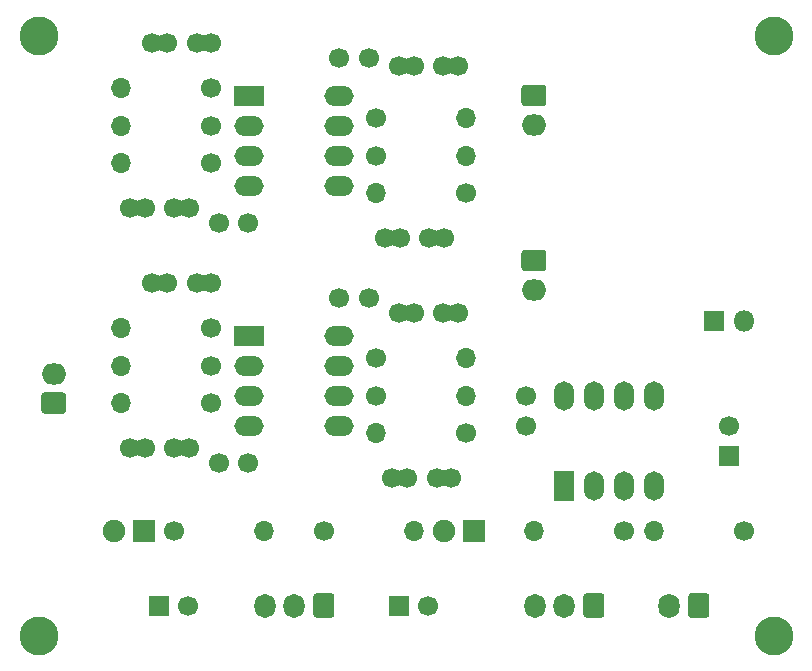
<source format=gts>
G04 #@! TF.GenerationSoftware,KiCad,Pcbnew,(5.1.6)-1*
G04 #@! TF.CreationDate,2020-09-01T14:50:53+09:00*
G04 #@! TF.ProjectId,General_8th_MFB_LPF,47656e65-7261-46c5-9f38-74685f4d4642,Ver. 1.0*
G04 #@! TF.SameCoordinates,Original*
G04 #@! TF.FileFunction,Soldermask,Top*
G04 #@! TF.FilePolarity,Negative*
%FSLAX46Y46*%
G04 Gerber Fmt 4.6, Leading zero omitted, Abs format (unit mm)*
G04 Created by KiCad (PCBNEW (5.1.6)-1) date 2020-09-01 14:50:53*
%MOMM*%
%LPD*%
G01*
G04 APERTURE LIST*
%ADD10O,1.800000X1.800000*%
%ADD11R,1.800000X1.800000*%
%ADD12C,3.300000*%
%ADD13O,1.700000X2.500000*%
%ADD14R,1.700000X2.500000*%
%ADD15C,1.700000*%
%ADD16O,1.700000X1.700000*%
%ADD17O,1.800000X2.050000*%
%ADD18O,1.800000X2.100000*%
%ADD19R,1.700000X1.700000*%
%ADD20O,2.100000X1.800000*%
%ADD21O,2.500000X1.700000*%
%ADD22R,2.500000X1.700000*%
%ADD23C,1.900000*%
%ADD24R,1.900000X1.900000*%
G04 APERTURE END LIST*
D10*
G04 #@! TO.C,J7*
X179070000Y-91440000D03*
D11*
X176530000Y-91440000D03*
G04 #@! TD*
D12*
G04 #@! TO.C,H4*
X181610000Y-118110000D03*
G04 #@! TD*
G04 #@! TO.C,H3*
X181610000Y-67310000D03*
G04 #@! TD*
G04 #@! TO.C,H2*
X119380000Y-118110000D03*
G04 #@! TD*
G04 #@! TO.C,H1*
X119380000Y-67310000D03*
G04 #@! TD*
D13*
G04 #@! TO.C,U3*
X163830000Y-97790000D03*
X171450000Y-105410000D03*
X166370000Y-97790000D03*
X168910000Y-105410000D03*
X168910000Y-97790000D03*
X166370000Y-105410000D03*
X171450000Y-97790000D03*
D14*
X163830000Y-105410000D03*
G04 #@! TD*
D15*
G04 #@! TO.C,C16*
X160655000Y-97830000D03*
X160655000Y-100330000D03*
G04 #@! TD*
D16*
G04 #@! TO.C,R16*
X161290000Y-109220000D03*
D15*
X168910000Y-109220000D03*
G04 #@! TD*
D16*
G04 #@! TO.C,R15*
X171450000Y-109220000D03*
D15*
X179070000Y-109220000D03*
G04 #@! TD*
D17*
G04 #@! TO.C,J6*
X161370000Y-115570000D03*
X163870000Y-115570000D03*
G36*
G01*
X167270000Y-114809706D02*
X167270000Y-116330294D01*
G75*
G02*
X167005294Y-116595000I-264706J0D01*
G01*
X165734706Y-116595000D01*
G75*
G02*
X165470000Y-116330294I0J264706D01*
G01*
X165470000Y-114809706D01*
G75*
G02*
X165734706Y-114545000I264706J0D01*
G01*
X167005294Y-114545000D01*
G75*
G02*
X167270000Y-114809706I0J-264706D01*
G01*
G37*
G04 #@! TD*
D18*
G04 #@! TO.C,J5*
X172760000Y-115570000D03*
G36*
G01*
X176160000Y-114784706D02*
X176160000Y-116355294D01*
G75*
G02*
X175895294Y-116620000I-264706J0D01*
G01*
X174624706Y-116620000D01*
G75*
G02*
X174360000Y-116355294I0J264706D01*
G01*
X174360000Y-114784706D01*
G75*
G02*
X174624706Y-114520000I264706J0D01*
G01*
X175895294Y-114520000D01*
G75*
G02*
X176160000Y-114784706I0J-264706D01*
G01*
G37*
G04 #@! TD*
D15*
G04 #@! TO.C,C15*
X177800000Y-100370000D03*
D19*
X177800000Y-102870000D03*
G04 #@! TD*
D20*
G04 #@! TO.C,J3*
X161290000Y-88860000D03*
G36*
G01*
X160504706Y-85460000D02*
X162075294Y-85460000D01*
G75*
G02*
X162340000Y-85724706I0J-264706D01*
G01*
X162340000Y-86995294D01*
G75*
G02*
X162075294Y-87260000I-264706J0D01*
G01*
X160504706Y-87260000D01*
G75*
G02*
X160240000Y-86995294I0J264706D01*
G01*
X160240000Y-85724706D01*
G75*
G02*
X160504706Y-85460000I264706J0D01*
G01*
G37*
G04 #@! TD*
D21*
G04 #@! TO.C,U2*
X144780000Y-72390000D03*
X137160000Y-80010000D03*
X144780000Y-74930000D03*
X137160000Y-77470000D03*
X144780000Y-77470000D03*
X137160000Y-74930000D03*
X144780000Y-80010000D03*
D22*
X137160000Y-72390000D03*
G04 #@! TD*
D21*
G04 #@! TO.C,U1*
X144780000Y-92710000D03*
X137160000Y-100330000D03*
X144780000Y-95250000D03*
X137160000Y-97790000D03*
X144780000Y-97790000D03*
X137160000Y-95250000D03*
X144780000Y-100330000D03*
D22*
X137160000Y-92710000D03*
G04 #@! TD*
D16*
G04 #@! TO.C,R14*
X155575000Y-77470000D03*
D15*
X147955000Y-77470000D03*
G04 #@! TD*
D16*
G04 #@! TO.C,R13*
X155575000Y-74295000D03*
D15*
X147955000Y-74295000D03*
G04 #@! TD*
D16*
G04 #@! TO.C,R12*
X147955000Y-80645000D03*
D15*
X155575000Y-80645000D03*
G04 #@! TD*
D16*
G04 #@! TO.C,R11*
X126365000Y-74930000D03*
D15*
X133985000Y-74930000D03*
G04 #@! TD*
D16*
G04 #@! TO.C,R10*
X126365000Y-71755000D03*
D15*
X133985000Y-71755000D03*
G04 #@! TD*
D16*
G04 #@! TO.C,R9*
X126365000Y-78105000D03*
D15*
X133985000Y-78105000D03*
G04 #@! TD*
D16*
G04 #@! TO.C,R8*
X155575000Y-97790000D03*
D15*
X147955000Y-97790000D03*
G04 #@! TD*
D16*
G04 #@! TO.C,R7*
X155575000Y-94615000D03*
D15*
X147955000Y-94615000D03*
G04 #@! TD*
D16*
G04 #@! TO.C,R6*
X147955000Y-100965000D03*
D15*
X155575000Y-100965000D03*
G04 #@! TD*
D16*
G04 #@! TO.C,R2*
X138430000Y-109220000D03*
D15*
X130810000Y-109220000D03*
G04 #@! TD*
D16*
G04 #@! TO.C,R1*
X151130000Y-109220000D03*
D15*
X143510000Y-109220000D03*
G04 #@! TD*
D16*
G04 #@! TO.C,R5*
X126365000Y-95250000D03*
D15*
X133985000Y-95250000D03*
G04 #@! TD*
D16*
G04 #@! TO.C,R4*
X126365000Y-92075000D03*
D15*
X133985000Y-92075000D03*
G04 #@! TD*
D16*
G04 #@! TO.C,R3*
X126365000Y-98425000D03*
D15*
X133985000Y-98425000D03*
G04 #@! TD*
D20*
G04 #@! TO.C,J4*
X161290000Y-74890000D03*
G36*
G01*
X160504706Y-71490000D02*
X162075294Y-71490000D01*
G75*
G02*
X162340000Y-71754706I0J-264706D01*
G01*
X162340000Y-73025294D01*
G75*
G02*
X162075294Y-73290000I-264706J0D01*
G01*
X160504706Y-73290000D01*
G75*
G02*
X160240000Y-73025294I0J264706D01*
G01*
X160240000Y-71754706D01*
G75*
G02*
X160504706Y-71490000I264706J0D01*
G01*
G37*
G04 #@! TD*
D17*
G04 #@! TO.C,J1*
X138510000Y-115570000D03*
X141010000Y-115570000D03*
G36*
G01*
X144410000Y-114809706D02*
X144410000Y-116330294D01*
G75*
G02*
X144145294Y-116595000I-264706J0D01*
G01*
X142874706Y-116595000D01*
G75*
G02*
X142610000Y-116330294I0J264706D01*
G01*
X142610000Y-114809706D01*
G75*
G02*
X142874706Y-114545000I264706J0D01*
G01*
X144145294Y-114545000D01*
G75*
G02*
X144410000Y-114809706I0J-264706D01*
G01*
G37*
G04 #@! TD*
D20*
G04 #@! TO.C,J2*
X120650000Y-95925000D03*
G36*
G01*
X121435294Y-99325000D02*
X119864706Y-99325000D01*
G75*
G02*
X119600000Y-99060294I0J264706D01*
G01*
X119600000Y-97789706D01*
G75*
G02*
X119864706Y-97525000I264706J0D01*
G01*
X121435294Y-97525000D01*
G75*
G02*
X121700000Y-97789706I0J-264706D01*
G01*
X121700000Y-99060294D01*
G75*
G02*
X121435294Y-99325000I-264706J0D01*
G01*
G37*
G04 #@! TD*
D23*
G04 #@! TO.C,D2*
X125730000Y-109220000D03*
D24*
X128270000Y-109220000D03*
G04 #@! TD*
D23*
G04 #@! TO.C,D1*
X153670000Y-109220000D03*
D24*
X156210000Y-109220000D03*
G04 #@! TD*
D15*
G04 #@! TO.C,C14*
X154860000Y-69850000D03*
X149860000Y-69850000D03*
X153610000Y-69850000D03*
X151110000Y-69850000D03*
G04 #@! TD*
G04 #@! TO.C,C13*
X148670000Y-84455000D03*
X153670000Y-84455000D03*
X149920000Y-84455000D03*
X152420000Y-84455000D03*
G04 #@! TD*
G04 #@! TO.C,C12*
X137120000Y-83185000D03*
X134620000Y-83185000D03*
G04 #@! TD*
G04 #@! TO.C,C11*
X144820000Y-69215000D03*
X147320000Y-69215000D03*
G04 #@! TD*
G04 #@! TO.C,C10*
X128985000Y-67945000D03*
X133985000Y-67945000D03*
X130235000Y-67945000D03*
X132735000Y-67945000D03*
G04 #@! TD*
G04 #@! TO.C,C9*
X127080000Y-81915000D03*
X132080000Y-81915000D03*
X128330000Y-81915000D03*
X130830000Y-81915000D03*
G04 #@! TD*
G04 #@! TO.C,C8*
X154860000Y-90805000D03*
X149860000Y-90805000D03*
X153610000Y-90805000D03*
X151110000Y-90805000D03*
G04 #@! TD*
G04 #@! TO.C,C7*
X149305000Y-104775000D03*
X154305000Y-104775000D03*
X150555000Y-104775000D03*
X153055000Y-104775000D03*
G04 #@! TD*
G04 #@! TO.C,C6*
X137120000Y-103505000D03*
X134620000Y-103505000D03*
G04 #@! TD*
G04 #@! TO.C,C5*
X144820000Y-89535000D03*
X147320000Y-89535000D03*
G04 #@! TD*
G04 #@! TO.C,C2*
X132040000Y-115570000D03*
D19*
X129540000Y-115570000D03*
G04 #@! TD*
D15*
G04 #@! TO.C,C1*
X152360000Y-115570000D03*
D19*
X149860000Y-115570000D03*
G04 #@! TD*
D15*
G04 #@! TO.C,C4*
X128985000Y-88265000D03*
X133985000Y-88265000D03*
X130235000Y-88265000D03*
X132735000Y-88265000D03*
G04 #@! TD*
G04 #@! TO.C,C3*
X127080000Y-102235000D03*
X132080000Y-102235000D03*
X128330000Y-102235000D03*
X130830000Y-102235000D03*
G04 #@! TD*
M02*

</source>
